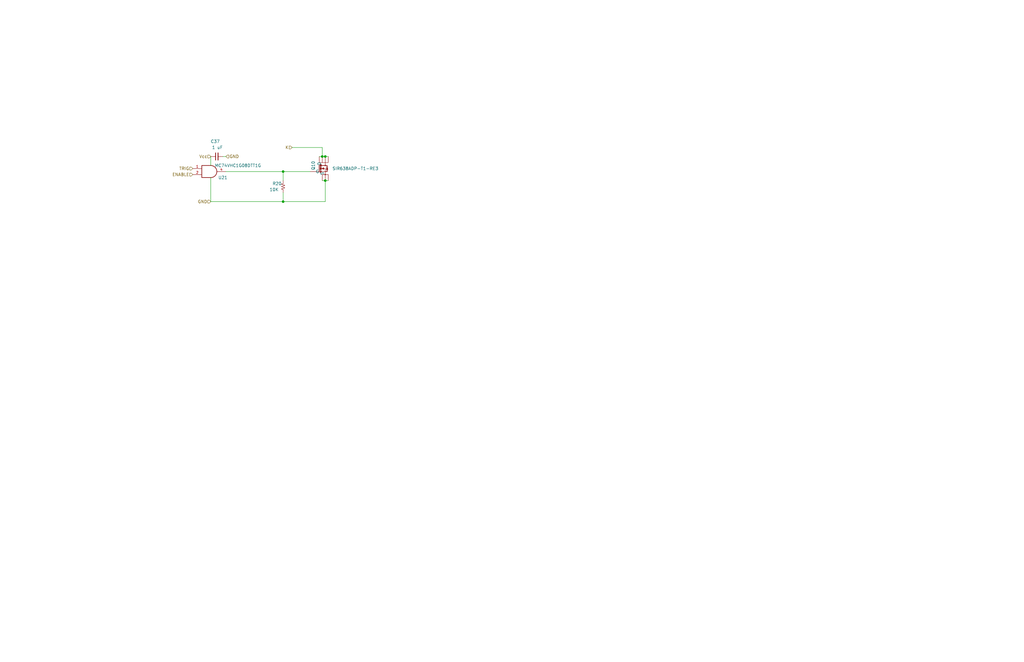
<source format=kicad_sch>
(kicad_sch (version 20211123) (generator eeschema)
  (paper "B")
  (title_block (title "BUM2 LED Controller") (date "2023-01-10") (rev "A"))
  (lib_symbols
    (symbol "74xGxx:74AHCT1G08" (pin_names (offset 1.016))
      (property "Reference" "U" (at -2.54 3.81 0))
      (property "Value" "74AHCT1G08" (at 0 -3.81 0))
      (symbol "74AHCT1G08_0_1"
        (arc (start 0 -2.54) (mid 2.54 0) (end 0 2.54) (stroke (width 0.254)))
        (polyline (pts (xy 0 -2.54) (xy -3.81 -2.54) (xy -3.81 2.54) (xy 0 2.54)) (stroke (width 0.254)))
      )
      (symbol "74AHCT1G08_1_1"
        (pin input line (at -7.62 1.27 0) (length 3.81) (name "~") (number "1"))
        (pin input line (at -7.62 -1.27 0) (length 3.81) (name "~") (number "2"))
        (pin power_in line (at 0 -2.54 270) (length 0) hide (name "GND") (number "3"))
        (pin output line (at 6.35 0 180) (length 3.81) (name "~") (number "4"))
        (pin power_in line (at 0 2.54 90) (length 0) hide (name "VCC") (number "5"))
      )
    )
    (symbol "Dual-Mag-Camera-Control-rescue:Resistor_small-SPC-Control-rescue-DeathStar-rescue-BUMP-Control-rescue" (pin_numbers hide) (pin_names (offset 0))
      (property "Reference" "R" (at 2.032 0 90))
      (property "Value" "Resistor_small-SPC-Control-rescue-DeathStar-rescue-BUMP-Control-rescue" (at -2.032 0.254 90))
      (symbol "Resistor_small-SPC-Control-rescue-DeathStar-rescue-BUMP-Control-rescue_0_1"
        (polyline (pts (xy 0 1.27) (xy -0.762 1.016) (xy 0.762 0.508) (xy -0.762 0) (xy 0.762 -0.508) (xy -0.762 -1.016) (xy 0 -1.27)))
      )
      (symbol "Resistor_small-SPC-Control-rescue-DeathStar-rescue-BUMP-Control-rescue_1_1"
        (pin passive line (at 0 2.54 270) (length 1.27) (name "~") (number "1"))
        (pin passive line (at 0 -2.54 90) (length 1.27) (name "~") (number "2"))
      )
    )
    (symbol "Dual-Mag-Camera-Control-rescue:SiSA72DN-ProjectDevices" (pin_names (offset 1.016))
      (property "Reference" "Q" (at 3.81 1.27 0))
      (property "Value" "SiSA72DN-ProjectDevices" (at -15.24 6.35 0))
      (symbol "SiSA72DN-ProjectDevices_1_1"
        (circle (center 0 -2.54) (radius 0.127))
        (circle (center 0 -2.54) (radius 0.127))
        (circle (center 0 -2.54) (radius 0.127))
        (circle (center 0 -2.54) (radius 0.127))
        (circle (center 0 -1.27) (radius 0.127))
        (polyline (pts (xy -5.08 -1.27) (xy -3.81 -1.27)))
        (polyline (pts (xy -2.54 -1.27) (xy -3.81 -1.27)))
        (polyline (pts (xy -1.905 -1.016) (xy -1.905 -1.651)) (stroke (width 0.508)))
        (polyline (pts (xy -1.905 0.381) (xy -1.905 -0.381)) (stroke (width 0.508)))
        (polyline (pts (xy -1.905 0.381) (xy -1.905 -0.381)) (stroke (width 0.508)))
        (polyline (pts (xy -1.905 1.651) (xy -1.905 1.016)) (stroke (width 0.508)))
        (polyline (pts (xy -1.905 1.651) (xy -1.905 1.016)) (stroke (width 0.508)))
        (polyline (pts (xy -1.778 -1.27) (xy 0 -1.27)))
        (polyline (pts (xy -1.778 1.27) (xy 0 1.27)))
        (polyline (pts (xy -1.778 1.27) (xy 0 1.27)))
        (polyline (pts (xy -1.778 1.27) (xy 0 1.27)))
        (polyline (pts (xy -1.778 1.27) (xy 0 1.27)))
        (polyline (pts (xy -1.27 3.81) (xy -1.27 2.54)))
        (polyline (pts (xy 0 -2.54) (xy 0 -3.81)))
        (polyline (pts (xy 0 -1.27) (xy 0 -2.54)))
        (polyline (pts (xy 0 3.81) (xy 0 2.54)))
        (polyline (pts (xy 0.381 0.254) (xy 1.143 0.254)))
        (polyline (pts (xy -2.54 1.524) (xy -2.54 -1.524) (xy -2.54 -1.524)) (stroke (width 0.254)))
        (polyline (pts (xy -2.54 1.524) (xy -2.54 -1.524) (xy -2.54 -1.524)) (stroke (width 0.254)))
        (polyline (pts (xy -1.778 0) (xy 0 0) (xy 0 -1.27)))
        (polyline (pts (xy 0 -2.54) (xy -1.27 -2.54) (xy -1.27 -3.81)))
        (polyline (pts (xy 0 -2.54) (xy 1.27 -2.54) (xy 1.27 -3.81)))
        (polyline (pts (xy 1.27 3.81) (xy 1.27 2.54) (xy 0 2.54)))
        (polyline (pts (xy -2.54 3.81) (xy -2.54 2.54) (xy 0 2.54) (xy 0 1.27)))
        (polyline (pts (xy -1.397 0) (xy -0.635 -0.381) (xy -0.635 0.381) (xy -1.397 0)) (fill (type outline)))
        (polyline (pts (xy 0 -1.27) (xy 0.762 -1.27) (xy 0.762 1.27) (xy 0 1.27)))
        (polyline (pts (xy 0 -1.27) (xy 0.762 -1.27) (xy 0.762 1.27) (xy 0 1.27)))
        (polyline (pts (xy 0 -1.27) (xy 0.762 -1.27) (xy 0.762 1.27) (xy 0 1.27)))
        (polyline (pts (xy 0 -1.27) (xy 0.762 -1.27) (xy 0.762 1.27) (xy 0 1.27)))
        (polyline (pts (xy 0.762 0.254) (xy 1.143 -0.381) (xy 0.381 -0.381) (xy 0.762 0.254)) (fill (type outline)))
        (circle (center 0 1.27) (radius 0.127))
        (circle (center 0 1.27) (radius 0.127))
        (circle (center 0 1.27) (radius 0.127))
        (circle (center 0 1.27) (radius 0.127))
        (pin power_in line (at 1.27 -5.08 90) (length 1.27) (name "S") (number "1"))
        (pin bidirectional line (at -1.27 -5.08 90) (length 1.27) (name "S") (number "2"))
        (pin bidirectional line (at 0 -5.08 90) (length 1.27) (name "S") (number "3"))
        (pin passive line (at -6.35 -1.27 0) (length 1.27) (name "G") (number "4"))
        (pin passive line (at -2.54 5.08 270) (length 1.27) (name "D") (number "5"))
        (pin power_in line (at -1.27 5.08 270) (length 1.27) (name "D") (number "5"))
        (pin power_in line (at 0 5.08 270) (length 1.27) (name "D") (number "5"))
        (pin power_in line (at 1.27 5.08 270) (length 1.27) (name "D") (number "5"))
      )
    )
    (symbol "EyeRIS-LRAUV-Control-rescue:C_Small-SPC-Control-rescue-EyeRIS-LRAUV-Control-rescue" (pin_numbers hide) (pin_names (offset 0.254) hide)
      (property "Reference" "C" (at 0.254 1.778 0))
      (property "Value" "C_Small-SPC-Control-rescue-EyeRIS-LRAUV-Control-rescue" (at 0.254 -2.032 0))
      (symbol "C_Small-SPC-Control-rescue-EyeRIS-LRAUV-Control-rescue_0_1"
        (polyline (pts (xy -1.524 -0.508) (xy 1.524 -0.508)) (stroke (width 0.3302)))
        (polyline (pts (xy -1.524 0.508) (xy 1.524 0.508)) (stroke (width 0.3048)))
      )
      (symbol "C_Small-SPC-Control-rescue-EyeRIS-LRAUV-Control-rescue_1_1"
        (pin passive line (at 0 2.54 270) (length 2.032) (name "~") (number "1"))
        (pin passive line (at 0 -2.54 90) (length 2.032) (name "~") (number "2"))
      )
    )
  )
  (junction (at 119.38 72.39))
  (junction (at 135.89 66.04))
  (junction (at 137.16 66.04))
  (junction (at 137.16 76.2))
  (junction (at 119.38 85.09))
  (wire (pts (xy 119.38 72.39) (xy 130.81 72.39)))
  (wire (pts (xy 135.89 62.23) (xy 135.89 66.04)))
  (wire (pts (xy 137.16 66.04) (xy 138.43 66.04)))
  (wire (pts (xy 119.38 72.39) (xy 119.38 76.2)))
  (wire (pts (xy 95.25 72.39) (xy 119.38 72.39)))
  (wire (pts (xy 134.62 66.04) (xy 135.89 66.04)))
  (wire (pts (xy 135.89 66.04) (xy 137.16 66.04)))
  (wire (pts (xy 137.16 76.2) (xy 138.43 76.2)))
  (wire (pts (xy 135.89 76.2) (xy 137.16 76.2)))
  (wire (pts (xy 137.16 85.09) (xy 137.16 76.2)))
  (wire (pts (xy 88.9 74.93) (xy 88.9 85.09)))
  (wire (pts (xy 119.38 85.09) (xy 119.38 81.28)))
  (wire (pts (xy 119.38 85.09) (xy 137.16 85.09)))
  (wire (pts (xy 88.9 66.04) (xy 88.9 69.85)))
  (wire (pts (xy 95.25 66.04) (xy 93.98 66.04)))
  (wire (pts (xy 123.19 62.23) (xy 135.89 62.23)))
  (wire (pts (xy 88.9 85.09) (xy 119.38 85.09)))
  (hierarchical_label "ENABLE" (shape input) (at 81.28 73.66 180))
  (hierarchical_label "GND" (shape input) (at 95.25 66.04 0))
  (hierarchical_label "TRIG" (shape input) (at 81.28 71.12 180))
  (hierarchical_label "GND" (shape input) (at 88.9 85.09 180))
  (hierarchical_label "K" (shape input) (at 123.19 62.23 180))
  (hierarchical_label "Vcc" (shape input) (at 88.9 66.04 180))
  (symbol (lib_id "Dual-Mag-Camera-Control-rescue:Resistor_small-SPC-Control-rescue-DeathStar-rescue-BUMP-Control-rescue") (at 119.38 78.74 0)
    (property "Reference" "R20" (at 116.84 77.47 0))
    (property "Value" "10K" (at 115.57 80.01 0))
    (property "Footprint" "Resistor_SMD:R_0603_1608Metric" (effects hide))
    (property "Datasheet" "https://www.yageo.com/upload/media/product/productsearch/datasheet/rchip/PYu-AC_51_RoHS_L_9.pdf" (effects hide))
    (property "Part Number" "311-10KLDCT-ND" (effects hide))
    (property "Supplier" "Digikey" (effects hide))
    (property "Link" "https://www.digikey.com/en/products/detail/yageo/AC0603FR-0710KL/2827814" (effects hide))
  )
  (symbol (lib_id "74xGxx:74AHCT1G08") (at 88.9 72.39 0)
    (property "Reference" "U21" (at 93.98 74.93 0))
    (property "Value" "MC74VHC1G08DTT1G" (at 100.33 69.85 0))
    (property "Footprint" "Package_TO_SOT_SMD:SOT-23-5" (effects hide))
    (property "Datasheet" "https://www.onsemi.com/pub/Collateral/MC74VHC1G08-D.PDF" (effects hide))
    (property "Link" "https://www.digikey.com/en/products/detail/on-semiconductor/MC74VHC1G08DTT1G/919308" (effects hide))
    (property "Part Number" "MC74VHC1G08DTT1GOSCT-ND" (effects hide))
    (property "Supplier" "Digikey" (effects hide))
  )
  (symbol (lib_id "Dual-Mag-Camera-Control-rescue:SiSA72DN-ProjectDevices") (at 137.16 71.12 0)
    (property "Reference" "Q10" (at 132.08 69.85 90))
    (property "Value" "SIR638ADP-T1-RE3" (at 149.86 71.12 0))
    (property "Footprint" "Package_SO:Vishay_PowerPAK_1212-8_Single" (effects hide))
    (property "Datasheet" "https://www.vishay.com/docs/75297/sir638adp.pdf" (effects hide))
    (property "Part Number" "SIR638ADP-T1-RE3CT-ND" (effects hide))
    (property "Supplier" "Digikey" (effects hide))
    (property "Link" "https://www.digikey.com/en/products/detail/vishay-siliconix/SIR638ADP-T1-RE3/7616342" (effects hide))
  )
  (symbol (lib_id "EyeRIS-LRAUV-Control-rescue:C_Small-SPC-Control-rescue-EyeRIS-LRAUV-Control-rescue") (at 91.44 66.04 90)
    (property "Reference" "C37" (at 92.71 59.69 90) (effects (justify left)))
    (property "Value" "1 uF" (at 93.98 62.23 90) (effects (justify left)))
    (property "Footprint" "Capacitor_SMD:C_0603_1608Metric" (effects hide))
    (property "Datasheet" "https://ds.yuden.co.jp/TYCOMPAS/ut/detail?pn=UMK107AB7105KA-T%20%20&u=M" (effects hide))
    (property "Link" "https://www.digikey.com/en/products/detail/taiyo-yuden/UMK107AB7105KA-T/3660085" (effects hide))
    (property "Part Number" "587-3247-1-ND" (effects hide))
    (property "Supplier" "Digikey" (effects hide))
  )
)
</source>
